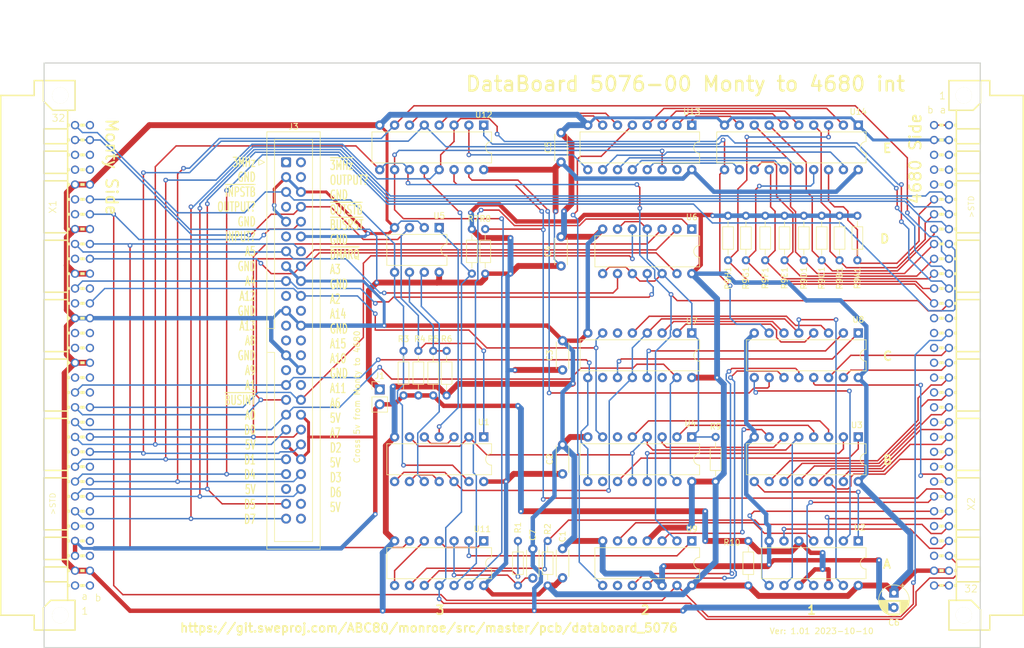
<source format=kicad_pcb>
(kicad_pcb (version 20221018) (generator pcbnew)

  (general
    (thickness 1.6)
  )

  (paper "A4")
  (title_block
    (title "DataBoard 5076-00")
    (date "2023-10-10")
    (rev "v1.01")
    (company "SweProj")
    (comment 1 "Monty to 4680 int")
  )

  (layers
    (0 "F.Cu" signal)
    (31 "B.Cu" signal)
    (32 "B.Adhes" user "B.Adhesive")
    (33 "F.Adhes" user "F.Adhesive")
    (34 "B.Paste" user)
    (35 "F.Paste" user)
    (36 "B.SilkS" user "B.Silkscreen")
    (37 "F.SilkS" user "F.Silkscreen")
    (38 "B.Mask" user)
    (39 "F.Mask" user)
    (40 "Dwgs.User" user "User.Drawings")
    (41 "Cmts.User" user "User.Comments")
    (42 "Eco1.User" user "User.Eco1")
    (43 "Eco2.User" user "User.Eco2")
    (44 "Edge.Cuts" user)
    (45 "Margin" user)
    (46 "B.CrtYd" user "B.Courtyard")
    (47 "F.CrtYd" user "F.Courtyard")
    (48 "B.Fab" user)
    (49 "F.Fab" user)
    (50 "User.1" user)
    (51 "User.2" user)
    (52 "User.3" user)
    (53 "User.4" user)
    (54 "User.5" user)
    (55 "User.6" user)
    (56 "User.7" user)
    (57 "User.8" user)
    (58 "User.9" user)
  )

  (setup
    (pad_to_mask_clearance 0)
    (pcbplotparams
      (layerselection 0x00010fc_ffffffff)
      (plot_on_all_layers_selection 0x0000000_00000000)
      (disableapertmacros false)
      (usegerberextensions false)
      (usegerberattributes true)
      (usegerberadvancedattributes true)
      (creategerberjobfile true)
      (dashed_line_dash_ratio 12.000000)
      (dashed_line_gap_ratio 3.000000)
      (svgprecision 4)
      (plotframeref false)
      (viasonmask false)
      (mode 1)
      (useauxorigin false)
      (hpglpennumber 1)
      (hpglpenspeed 20)
      (hpglpendiameter 15.000000)
      (dxfpolygonmode true)
      (dxfimperialunits true)
      (dxfusepcbnewfont true)
      (psnegative false)
      (psa4output false)
      (plotreference true)
      (plotvalue true)
      (plotinvisibletext false)
      (sketchpadsonfab false)
      (subtractmaskfromsilk false)
      (outputformat 1)
      (mirror false)
      (drillshape 1)
      (scaleselection 1)
      (outputdirectory "")
    )
  )

  (net 0 "")
  (net 1 "unconnected-(X1A-1-PadA1)")
  (net 2 "Net-(U5-COMREF)")
  (net 3 "Net-(U5-1OUT)")
  (net 4 "unconnected-(X1A-5-PadA5)")
  (net 5 "/~{BUSRST}")
  (net 6 "/D0")
  (net 7 "/D2")
  (net 8 "/D1")
  (net 9 "/D4")
  (net 10 "Net-(U3-~{Y6})")
  (net 11 "Net-(U8-~{Y6})")
  (net 12 "unconnected-(X1A-15-PadA15)")
  (net 13 "Net-(U7-E01)")
  (net 14 "unconnected-(X1A-17-PadA17)")
  (net 15 "unconnected-(X1A-18-PadA18)")
  (net 16 "Net-(U1-Pad11)")
  (net 17 "unconnected-(X1A-20-PadA20)")
  (net 18 "Net-(U5-2OUT)")
  (net 19 "/D3")
  (net 20 "unconnected-(X1A-23-PadA23)")
  (net 21 "unconnected-(X1A-26-PadA26)")
  (net 22 "unconnected-(X1A-27-PadA27)")
  (net 23 "unconnected-(X1A-29-PadA29)")
  (net 24 "unconnected-(X1A-30-PadA30)")
  (net 25 "unconnected-(X1B-1-PadB1)")
  (net 26 "unconnected-(X1B-3-PadB3)")
  (net 27 "unconnected-(X1B-4-PadB4)")
  (net 28 "unconnected-(X1B-5-PadB5)")
  (net 29 "unconnected-(X1B-6-PadB6)")
  (net 30 "/D6")
  (net 31 "/D5")
  (net 32 "unconnected-(X1B-9-PadB9)")
  (net 33 "/D7")
  (net 34 "unconnected-(X1B-12-PadB12)")
  (net 35 "unconnected-(X1B-14-PadB14)")
  (net 36 "unconnected-(X1B-15-PadB15)")
  (net 37 "unconnected-(X1B-17-PadB17)")
  (net 38 "unconnected-(X1B-18-PadB18)")
  (net 39 "/~{PREN}")
  (net 40 "unconnected-(X1B-21-PadB21)")
  (net 41 "/~{R{slash}W}")
  (net 42 "/~{INT7}")
  (net 43 "/~{INT6}")
  (net 44 "VCC")
  (net 45 "/~{INT4}")
  (net 46 "unconnected-(X1B-29-PadB29)")
  (net 47 "unconnected-(X1B-30-PadB30)")
  (net 48 "/~{INT3}")
  (net 49 "unconnected-(X1B-32-PadB32)")
  (net 50 "/~{INT2}")
  (net 51 "Net-(U12-OEb)")
  (net 52 "/~{INT1}")
  (net 53 "Net-(U4-D0)")
  (net 54 "Net-(U3-~{E2})")
  (net 55 "/~{INT0}")
  (net 56 "Net-(U1-Pad3)")
  (net 57 "Net-(U3-A0)")
  (net 58 "/~{TREN}")
  (net 59 "/~{PRAC}")
  (net 60 "Net-(U12-OEa)")
  (net 61 "unconnected-(U7-~{Q1}-Pad6)")
  (net 62 "Net-(U3-A1)")
  (net 63 "Net-(U3-A2)")
  (net 64 "Net-(U3-~{E1})")
  (net 65 "Net-(U3-E3)")
  (net 66 "Net-(R1-Pad2)")
  (net 67 "GND")
  (net 68 "/~{STR_OUT}")
  (net 69 "Net-(C7-Pad1)")
  (net 70 "/~{STRINP}")
  (net 71 "/~{C4}")
  (net 72 "/~{C3}")
  (net 73 "/~{C2}")
  (net 74 "/~{C1}")
  (net 75 "+5V")
  (net 76 "unconnected-(U4-~{Q1}-Pad6)")
  (net 77 "unconnected-(J3-Pin_1-Pad1)")
  (net 78 "unconnected-(J3-Pin_2-Pad2)")
  (net 79 "unconnected-(U4-~{Q2}-Pad10)")
  (net 80 "unconnected-(U4-~{Q3}-Pad14)")
  (net 81 "unconnected-(J3-Pin_4-Pad4)")
  (net 82 "unconnected-(U7-~{Q2}-Pad10)")
  (net 83 "Net-(U7-Q2)")
  (net 84 "Net-(U7-Q3)")
  (net 85 "Net-(U9A-~{Q})")
  (net 86 "Net-(U3-~{Y7})")
  (net 87 "unconnected-(J3-Pin_7-Pad7)")
  (net 88 "unconnected-(U7-~{Q3}-Pad14)")
  (net 89 "Net-(U11-Pad12)")
  (net 90 "Net-(U9A-~{R})")
  (net 91 "Net-(U11-Pad1)")
  (net 92 "Net-(U11-Pad5)")
  (net 93 "unconnected-(U9A-Q-Pad5)")
  (net 94 "Net-(U7-Q1)")
  (net 95 "Net-(U7-~{Q0})")
  (net 96 "Net-(U7-Q0)")
  (net 97 "unconnected-(J3-Pin_11-Pad11)")
  (net 98 "Net-(U8-~{Y4})")
  (net 99 "Net-(U8-~{Y3})")
  (net 100 "/~{OUT}")
  (net 101 "/~{OPS}")
  (net 102 "/~{STAT}")
  (net 103 "Net-(U13-EI)")
  (net 104 "unconnected-(U9B-Q-Pad9)")
  (net 105 "Net-(U12-I1)")
  (net 106 "/~{INP}")
  (net 107 "Net-(U12-I2)")
  (net 108 "Net-(U12-I3)")
  (net 109 "Net-(U12-I4)")
  (net 110 "unconnected-(J3-Pin_19-Pad19)")
  (net 111 "Net-(U13-I4)")
  (net 112 "Net-(U13-I5)")
  (net 113 "Net-(U13-I6)")
  (net 114 "Net-(U13-I7)")
  (net 115 "Net-(U13-IO)")
  (net 116 "Net-(U13-I1)")
  (net 117 "Net-(U13-I2)")
  (net 118 "Net-(U13-I3)")
  (net 119 "unconnected-(U13-EO-Pad15)")
  (net 120 "unconnected-(J3-Pin_22-Pad22)")
  (net 121 "unconnected-(J3-Pin_23-Pad23)")
  (net 122 "unconnected-(J3-Pin_25-Pad25)")
  (net 123 "unconnected-(J3-Pin_26-Pad26)")
  (net 124 "unconnected-(J3-Pin_28-Pad28)")
  (net 125 "unconnected-(J3-Pin_29-Pad29)")
  (net 126 "unconnected-(J3-Pin_32-Pad32)")
  (net 127 "unconnected-(J3-Pin_45-Pad45)")
  (net 128 "unconnected-(J3-Pin_48-Pad48)")
  (net 129 "unconnected-(J3-Pin_50-Pad50)")
  (net 130 "unconnected-(X1A-10-PadA10)")
  (net 131 "/~{XINPSTB}")
  (net 132 "/~{XOUTSTB}")
  (net 133 "/XA5")
  (net 134 "/~{DMARQ}")
  (net 135 "/XA3")
  (net 136 "/XA4")
  (net 137 "/XA1")
  (net 138 "/~{BUSINT}")
  (net 139 "/XA6")
  (net 140 "/XA0")
  (net 141 "/XA7")
  (net 142 "/XA2")
  (net 143 "/~{CS}")
  (net 144 "/~{INT5}")
  (net 145 "/-12V")
  (net 146 "/~{TRRQ}")
  (net 147 "/~{BPCLK}")
  (net 148 "/GNDB")
  (net 149 "/~{INT}")
  (net 150 "/~{CSB}")
  (net 151 "/~{NMI}")
  (net 152 "/12V")
  (net 153 "/~{XMEMWR}")
  (net 154 "/~{XMEMFL}")
  (net 155 "/3MHz")
  (net 156 "/~{XCSB2}")
  (net 157 "/~{XCSB3}")
  (net 158 "/~{XCSB4}")
  (net 159 "/~{XCSB5}")
  (net 160 "/A11")
  (net 161 "/A10")
  (net 162 "/A9")
  (net 163 "/~{EXP}")
  (net 164 "/~{BUSEN}")
  (net 165 "/~{DSTB}")
  (net 166 "/A5")
  (net 167 "/A4")
  (net 168 "/A1")
  (net 169 "/A0")
  (net 170 "/~{DIRW{slash}R}")

  (footprint "Package_DIP:DIP-16_W7.62mm" (layer "F.Cu") (at 155.702 91.186 -90))

  (footprint "Resistor_THT:R_Axial_DIN0204_L3.6mm_D1.6mm_P7.62mm_Horizontal" (layer "F.Cu") (at 159.766 116.586 90))

  (footprint "Resistor_THT:R_Axial_DIN0204_L3.6mm_D1.6mm_P7.62mm_Horizontal" (layer "F.Cu") (at 171.546 78.74 90))

  (footprint "Package_DIP:DIP-14_W7.62mm" (layer "F.Cu") (at 120.142 126.746 -90))

  (footprint "Resistor_THT:R_Axial_DIN0204_L3.6mm_D1.6mm_P7.62mm_Horizontal" (layer "F.Cu") (at 125.984 134.366 90))

  (footprint "Resistor_THT:R_Axial_DIN0204_L3.6mm_D1.6mm_P7.62mm_Horizontal" (layer "F.Cu") (at 168.244 78.74 90))

  (footprint "Resistor_THT:R_Axial_DIN0204_L3.6mm_D1.6mm_P7.62mm_Horizontal" (layer "F.Cu") (at 131.064 134.366 90))

  (footprint "Resistor_THT:R_Axial_DIN0204_L3.6mm_D1.6mm_P7.62mm_Horizontal" (layer "F.Cu") (at 164.942 78.74 90))

  (footprint "Package_DIP:DIP-20_W7.62mm" (layer "F.Cu") (at 184.15 55.626 -90))

  (footprint "Capacitor_THT:CP_Radial_D5.0mm_P2.50mm" (layer "F.Cu") (at 190.246 135.636 -90))

  (footprint "Resistor_THT:R_Axial_DIN0204_L3.6mm_D1.6mm_P7.62mm_Horizontal" (layer "F.Cu") (at 113.792 101.854 90))

  (footprint "Resistor_THT:R_Axial_DIN0204_L3.6mm_D1.6mm_P7.62mm_Horizontal" (layer "F.Cu") (at 177.896 78.74 90))

  (footprint "Resistor_THT:R_Axial_DIN0204_L3.6mm_D1.6mm_P7.62mm_Horizontal" (layer "F.Cu") (at 180.944 78.74 90))

  (footprint "Package_DIP:DIP-16_W7.62mm" (layer "F.Cu") (at 120.142 55.626 -90))

  (footprint "Package_DIP:DIP-14_W7.62mm" (layer "F.Cu") (at 155.702 73.406 -90))

  (footprint "Capacitor_THT:C_Disc_D4.3mm_W1.9mm_P5.00mm" (layer "F.Cu") (at 133.604 115.276 90))

  (footprint "Resistor_THT:R_Axial_DIN0204_L3.6mm_D1.6mm_P7.62mm_Horizontal" (layer "F.Cu") (at 165.354 126.746 -90))

  (footprint "Capacitor_THT:C_Disc_D4.3mm_W1.9mm_P5.00mm" (layer "F.Cu") (at 133.35 61.936 90))

  (footprint "databoard_5076:FAB64Q" (layer "F.Cu") (at 202.184 94.996))

  (footprint "Resistor_THT:R_Axial_DIN0204_L3.6mm_D1.6mm_P7.62mm_Horizontal" (layer "F.Cu") (at 106.426 101.854 90))

  (footprint "Resistor_THT:R_Axial_DIN0204_L3.6mm_D1.6mm_P7.62mm_Horizontal" (layer "F.Cu") (at 161.894 78.74 90))

  (footprint "Connector_IDC:IDC-Header_2x25_P2.54mm_Vertical" (layer "F.Cu")
    (tstamp 8cdf41d2-888b-4000-adcd-859c207bc70c)
    (at 86.36 61.976)
    (descr "Through hole IDC box header, 2x25, 2.54mm pitch, DIN 41651 / IEC 60603-13, double rows, https://docs.google.com/spreadsheets/d/16SsEcesNF15N3Lb4niX7dcUr-NY5_MFPQhobNuNppn4/edit#gid=0")
    (tags "Through hole vertical IDC box header THT 2x25 2.54mm double row")
    (property "Sheetfile" "databoard_5076.kicad_sch")
    (property "Sheetname" "")
    (property "ki_description" "Generic connector, double row, 02x25, odd/even pin numbering scheme (row 1 odd numbers, row 2 even numbers), script generated (kicad-library-utils/schlib/autogen/connector/)")
    (property "ki_keywords" "connector")
    (path "/726686d0-076e-4646-9f80-587f9beaca4c")
    (attr through_hole)
    (fp_text reference "J3" (at 1.27 -6.1) (layer "F.SilkS")
        (effects (font (size 1 1) (thickness 0.15)))
      (tstamp b766fb11-afe3-4bd1-8c5d-1b84b097c0f7)
    )
    (fp_text value "Conn_02x25_Odd_Even" (at 1.27 67.06) (layer "F.Fab")
        (effects (font (size 1 1) (thickness 0.15)))
      (tstamp 12521d5e-3f01-43c0-8543-4410ffbdff87)
    )
    (fp_text user "${REFERENCE}" (at 1.27 30.48 90) (layer "F.Fab")
        (effects (font (size 1 1) (thickness 0.15)))
      (tstamp ba4883d6-8ec4-4ddd-a471-d1cc1ab001ab)
    )
    (fp_line (start -4.68 -0.5) (end -4.68 0.5)
      (stroke (width 0.12) (type solid)) (layer "F.SilkS") (tstamp 99694679-48e3-44b7-892a-a6a249c35027))
    (fp_line (start -4.68 0.5) (end -3.68 0)
      (stroke (width 0.12) (type solid)) (layer "F.SilkS") (tstamp a0650d93-a3ce-492c-bdbc-af5c711cf2ed))
    (fp_line (start -3.68 0) (end -4.68 -0.5)
      (stroke (width 0.12) (type solid)) (layer "F.SilkS") (tstamp 5f1f44fa-9b08-476c-b6a0-112147158c8a))
    (fp_line (start -3.29 -5.21) (end 5.83 -5.21)
      (stroke (width 0.12) (type solid)) (layer "F.SilkS") (tstamp f75428dd-10c7-4e17-9259-946b8f84cd0d))
    (fp_line (start -3.29 28.43) (end -1.98 28.43)
      (stroke (width 0.12) (type solid)) (layer "F.SilkS") (tstamp 9499dfea-90d0-4533-871b-484724037704))
    (fp_line (start -3.29 66.17) (end -3.29 -5.21)
      (stroke (width 0.12) (type solid)) (layer "F.SilkS") (tstamp 6d8aa5aa-8c8a-4365-9193-55dc7f84ebb0))
    (fp_line (start -1.98 -3.91) (end 4.52 -3.91)
      (stroke (width 0.12) (type solid)) (layer "F.SilkS") (tstamp 211e4532-d902-4d36-8da3-c496f1f81137))
    (fp_line (start -1.98 28.43) (end -1.98 -3.91)
      (stroke (width 0.12) (type solid)) (layer "F.SilkS") (tstamp 7898d542-3857-48f7-b444-94ac981bb125))
    (fp_line (start -1.98 32.53) (end -3.29 32.53)
      (stroke (width 0.12) (type solid)) (layer "F.SilkS") (tstamp 6b292712-2f7b-4cac-b21f-0c50f38ac869))
    (fp_line (start -1.98 32.53) (end -1.98 32.53)
      (stroke (width 0.12) (type solid)) (layer "F.SilkS") (tstamp 46456993-6856-4569-a6af-c5915116b5aa))
    (fp_line (start -1.98 64.87) (end -1.98 32.53)
      (stroke (width 0.12) (type solid)) (layer "F.SilkS") (tstamp 01887cc5-f766-419e-8604-e168edda5dcc))
    (fp_line (start 4.52 -3.91) (end 4.52 64.87)
      (stroke (width 0.12) (type solid)) (layer "F.SilkS") (tstamp 28d52036-87c9-4e7d-b2aa-6a04e4f65b82))
    (fp_line (start 4.52 64.87) (end -1.98 64.87)
      (stroke (width 0.12) (type solid)) (layer "F.SilkS") (tstamp cc7c1555-99ef-4821-a771-58e9fd1612be))
    (fp_line (start 5.83 -5.21) (end 5.83 66.17)
      (stroke (width 0.12) (type solid)) (layer "F.SilkS") (tstamp 132074e2-6c36-4f87-aed7-872c76791f6e))
    (fp_line (start 5.83 66.17) (end -3.29 66.17)
      (stroke (width 0.12) (type solid)) (layer "F.SilkS") (tstamp 5094c417-5330-4d04-83b9-fe49db2056c1))
    (fp_line (start -3.68 -5.6) (end -3.68 66.56)
      (stroke (width 0.05) (type solid)) (layer "F.CrtYd") (tstamp fa16a02d-b021-4f05-ae9e-9146541fb092))
    (fp_line (start -3.68 66.56) (end 6.22 66.56)
      (stroke (width 0.05) (type solid)) (layer "F.CrtYd") (tstamp 883c5b1f-d585-4fee-887e-b90870641023))
    (fp_line (start 6.22 -5.6) (end -3.68 -5.6)
      (stroke (width 0.05) (type solid)) (layer "F.CrtYd") (tstamp ecfb39e9-4dc7-4012-90f3-b7c2bd3c54fc))
    (fp_line (start 6.22 66.56) (end 6.22 -5.6)
      (stroke (width 0.05) (type solid)) (layer "F.CrtYd") (tstamp 7c0dbbcc-c14f-47d9-848c-9091ab5d332f))
    (fp_line (start -3.18 -4.1) (end -2.18 -5.1)
      (stroke (width 0.1) (type solid)) (layer "F.Fab") (tstamp ebd9221b-74af-422b-ad2a-9c0fefc58b14))
    (fp_line (start -3.18 28.43) (end -1.98 28.43)
      (stroke (width 0.1) (type solid)) (layer "F.Fab") (tstamp 847308f3-ec64-41c9-9e25-86c9a2ae142e))
    (fp_line (start -3.18 66.06) (end -3.18 -4.1)
      (stroke (width 0.1) (type solid)) (layer "F.Fab") (tstamp b0d66287-2661-4f7f-961c-ed0c2fdad03f))
    (fp_line (start -2.18 -5.1) (end 5.72 -5.1)
      (stroke (width 0.1) (type solid)) (layer "F.Fab") (tstamp 3690b43e-f887-40d8-9a66-4054e4bd49b2))
    (fp_line (start -1.98 -3.91) (end 4.52 -3.91)
      (stroke (width 0.1) (type solid)) (layer "F.Fab") (tstamp 445a79e0-4eb8-4a66-b7c8-ed3f5f919e4f))
    (fp_line (start -1.98 28.43) (end -1.98 -3.91)
      (stroke (width 0.1) (type solid)) (layer "F.Fab") (tstamp 32f75a23-d74d-49d1-9f55-4eaab3bf67ba))
    (fp_line (start -1.98 32.53) (end -3.18 32.53)
      (stroke (width 0.1) (type solid)) (layer "F.Fab") (tstamp a2a96772-15b7-4115-8b50-41d53ee48834))
    (fp_line (start -1.98 32.53) (end -1.98 32.53)
      (stroke (width 0.1) (type solid)) (layer "F.Fab") (tstamp 443f8a2b-a8bc-4eb3-bf83-522d29262583))
    (fp_line (start -1.98 64.87) (end -1.98 32.53)
      (stroke (width 0.1) (type solid)) (layer "F.Fab") (tstamp 4063c6a6-33df-4e19-9a34-dfff7f56df84))
    (fp_line (start 4.52 -3.91) (end 4.52 64.87)
      (stroke (width 0.1) (type solid)) (layer "F.Fab") (tstamp 0353bea4-e65a-4ccc-a543-1a8597c6af79))
    (fp_line (start 4.52 64.87) (end -1.98 64.87)
      (stroke (width 0.1) (type solid)) (layer "F.Fab") (tstamp 3150e36a-208c-4f81-beab-b6facc10fe73))
    (fp_line (start 5.72 -5.1) (end 5.72 66.06)
      (stroke (width 0.1) (type solid)) (layer "F.Fab") (tstamp 2c1e38ee-2dfd-4aa2-83fa-941c927f550d))
    (fp_line (start 5.72 66.06) (end -3.18 66.06)
      (stroke (width 0.1) (type solid)) (layer "F.Fab") (tstamp 4531bd1b-4e82-4ab4-a197-2f03419fd759))
    (pad "1" thru_hole roundrect (at 0 0) (size 1.7 1.7) (drill 1) (layers "*.Cu" "*.Mask") (roundrect_rratio 0.1470588235)
      (net 77 "unconnected-(J3-Pin_1-Pad1)") (pinfunction "Pin_1") (pintype "passive") (tstamp b0b05b57-21d4-4f2a-af3a-e5a53b53b687))
    (pad "2" thru_hole circle (at 2.54 0) (size 1.7 1.7) (drill 1) (layers "*.Cu" "*.Mask")
      (net 78 "unconnected-(J3-Pin_2-Pad2)") (pinfunction "Pin_2") (pintype "passive") (tstamp 70deba09-278d-4b0e-8bdd-95a7e555adbf))
    (pad "3" thru_hole circle (at 0 2.54) (size 1.7 1.7) (drill 1) (layers "*.Cu" "*.Mask")
      (net 67 "GND") (pinfunction "Pin_3") (pintype "passive") (tstamp ed4f45ab-1135-4782-91de-df10d7ce4ce9))
    (pad "4" thru_hole circle (at 2.54 2.54) (size 1.7 1.7) (drill 1) (layers "*.Cu" "*.Mask")
      (net 81 "unconnected-(J3-Pin_4-Pad4)") (pinfunction "Pin_4") (pintype "passive") (tstamp 11e8fad0-485f-4650-bc28-07b492feb94f))
    (pad "5" thru_hole circle (at 0 5.08) (size 1.7 1.7) (drill 1) (layers "*.Cu" "*.Mask")
      (net 131 "/~{XINPSTB}") (pinfunction "Pin_5") (pintype "passive") (tstamp 847e0519-eab4-4bc1-bb89-4af8ce2bc784))
    (pad "6" thru_hole circle (at 2.54 5.08) (size 1.7 1.7) (drill 1) (layers "*.Cu" "*.Mask")
      (net 67 "GND") (pinfunction "Pin_6") (pintype "passive") (tstamp a333f383-2a9a-4fa7-ba33-fd18ad1e2d3c))
    (pad "7" thru_hole circle (at 0 7.62) (size 1.7 1.7) (drill 1) (layers "*.Cu" "*.Mask")
      (net 87 "unconnected-(J3-Pin_7-Pad7)") (pinfunction "Pin_7") (pintype "passive") (tstamp a60faedf-169c-4cef-ac93-f889ad6e94af))
    (pad "8" thru_hole circle (at 2.54 7.62) (size 1.7 1.7) (drill 1) (layers "*.Cu" "*.Mask")
      (net 132 "/~{XOUTSTB}") (pinfunction "Pin_8") (pintype "passive") (tstamp 3b02fc7c-fc8a-48e9-90cc-b7a16d657ef2))
    (pad "9" thru_hole circle (at 0 10.16) (size 1.7 1.7) (drill 1) (layers "*.Cu" "*.Mask")
      (net 67 "GND") (pinfunction "Pin_9") (pintype "passive") (tstamp cfa10c93-e6dd-4b8c-984c-f26fd06b82f1))
    (pad "10" thru_hole circle (at 2.54 10.16) (size 1.7 1.7) (drill 1) (layers "*.Cu" "*.Mask")
      (net 5 "/~{BUSRST}") (pinfunction "Pin_10") (pintype "passive") (tstamp ee7c4716-d143-4def-a4b8-e1bb1ecb23c7))
    (pad "11" thru_hole circle (at 0 12.7) (size 1.7 1.7) (drill 1) (layers "*.Cu" "*.Mask")
      (net 97 "unconnected-(J3-Pin_11-Pad11)") (pinfunction "Pin_11") (pintype "passive") (tstamp 7ad2cae7-0075-4c9c-bbb5-d16fb1be9b24))
    (pad "12" thru_hole circle (at 2.54 12.7) (size 1.7 1.7) (drill 1) (layers "*.Cu" "*.Mask")
      (net 67 "GND") (pinfunction "Pin_12") (pintype "passive") (tstamp 5424a2b4-db13-4e89-902f-6cefcaebce1e))
    (pad "13" thru_hole circle (at 0 15.24) (size 1.7 1.7) (drill 1) (layers "*.Cu" "*.Mask")
      (net 133 "/XA5") (pinfunction "Pin_13") (pintype "passive") (tstamp 8be6e73f-fa61-4374-9b0c-7fb535e31eb8))
    (pad "14" thru_hole circle (at 2.54 15.24) (size 1.7 1.7) (drill 1) (layers "*.Cu" "*.Mask")
      (net 134 "/~{DMARQ}") (pinfunction "Pin_14") (pintype "passive") (tstamp 99b0e702-b8e4-4574-b6d4-ebabaac49afc))
    (pad "15" thru_hole circle (at 0 17.78) (size 1.7 1.7) (drill 1) (layers "*.Cu" "*.Mask")
      (net 67 "GND") (pinfunction "Pin_15") (pintype "passive") (tstamp 363d15a2-24f4-4174-a0d6-dd4ab820c1fe))
    (pad "16" thru_hole circle (at 2.54 17.78) (size 1.7 1.7) (drill 1) (layers "*.Cu" "*.Mask")
      (net 135 "/XA3") (pinfunction "Pin_16") (pintype "passive") (tstamp eb03c921-bbd1-4612-b694-48f57830c95f))
    (pad "17" thru_hole circle (at 0 20.32) (size 1.7 1.7) (drill 1) (layers "*.Cu" "*.Mask")
      (net 136 "/XA4") (pinfunction "Pin_17") (pintype "passive") (tstamp 50c585d9-43a6-4f0f-af86-d67c0229e232))
    (pad "18" thru_hole circle (at 2.54 20.32) (size 1.7 1.7) (drill 1) (layers "*.Cu" "*.Mask")
      (net 67 "GND") (pinfunction "Pin_18") (pintype "passive") (tstamp d966642e-f0c7-4534-bac3-10b5040c2e4c))
    (pad "19" thru_hole circle (at 0 22.86) (size 1.7 1.7) (drill 1) (layers "*.Cu" "*.Mask")
      (net 110 "unconnected-(J3-Pin_19-Pad19)") (pinfunction "Pin_19") (pintype "passive") (tstamp 7af7657f-fb8f-4e16-99de-07b89469586c))
    (pad "20" thru_hole circle (at 2.54 22.86) (size 1.7 1.7) (drill 1) (layers "*.Cu" "*.Mask")
      (net 142 "/XA2") (pinfunction "Pin_20") (pintype "passive") (tstamp bbc5d07d-cfe5-421e-b538-8f24f3fef291))
    (pad "21" thru_hole circle (at 0 25.4) (size 1.7 1.7) (drill 1) (layers "*.Cu" "*.Mask")
      (net 67 "GND") (pinfunction "Pin_21") (pintype "passive") (tstamp 320c2b2a-b781-40a3-9a75-e2c1471de9b5))
    (pad "22" thru_hole circle (at 2.54 25.4) (size 1.7 1.7) (drill 1) (layers "*.Cu" "*.Mask")
      (net 120 "unconnected-(J3-Pin_22-Pad22)") (pinfunction "Pin_22") (pintype "passive") (tstamp 5879e7b3-3fd0-42dd-bab9-22a881247e2f))
    (pad "23" thru_hole circle (at 0 27.94) (size 1.7 1.7) (drill 1) (layers "*.Cu" "*.Mask")
      (net 121 "unconnected-(J3-Pin_23-Pad23)") (pinfunction "Pin_23") (pintype "passive") (tstamp 9606618e-73a3-47a9-9548-f782e9d3ad56))
    (pad "24" thru_hole circle (at 2.54 27.94) (size 1.7 1.7) (drill 1) (layers "*.Cu" "*.Mask")
      (net 67 "GND") (pinfunction "Pin_24") (pintype "passive") (tstamp 5b48bb60-0c7f-4fa5-a627-1108bb7b016f))
    (pad "25" thru_hole circle (at 0 30.48) (size 1.7 1.7) (drill 1) (layers "*.Cu" "*.Mask")
      (net 122 "unconnected-(J3-Pin_25-Pad25)") (pinfunction "Pin_25") (pintype "passive") (tstamp 73dbd86e-51d3-4450-b81a-bf703e90012b))
    (pad "26" thru_hole circle (at 2.54 30.48) (size 1.7 1.7) (drill 1) (layers "*.Cu" "*.Mask")
      (net 123 "unconnected-(J3-Pin_26-Pad26)") (pinfunction "Pin_26") (pintype "passive") (tstamp e5b42448-3433-47a2-9f1b-83aa1921a7d8))
    (pad "27" thru_hole circle (at 0 33.02) (size 1.7 1.7) (drill 1) (layers "*.Cu" "*.Mask")
      (net 67 "GND") (pinfunction "Pin_27") (pintype "passive") (tstamp 45354b56-2149-4cb0-b3d3-10492db9f5fe))
    (pad "28" thru_hole circle (at 2.54 33.02) (size 1.7 1.7) (drill 1) (layers "*.Cu" "*.Mask")
      (net 124 "unconnected-(J3-Pin_28-Pad28)") (pinfunction "Pin_28") (pintype "passive") (tstamp 3bd158d4-94f9-4c06-8b2b-613847801f8a))
    (pad "29" thru_hole circle (at 0 35.56) (size 1.7 1.7) (drill 1) (layers "*.Cu" "*.Mask")
      (net 125 "unconnected-(J3-Pin_29-Pad29)") (pinfunction "Pin_29") (pintype "passive") (tstamp c0860e9d-a994-40b9-bd8a-009851998f95))
    (pad "30" thru_hole circle (at 2.54 35.56) (size 1.7 1.7) (drill 1) (layers "*.Cu" "*.Mask")
      (net 67 "GND") (pinfunction "Pin_30") (pintype "passive") (tstamp a4c5802f-ceb4-456a-b61d-70057c7cd283))
    (pad "31" thru_hole circle (at 0 38.1) (size 1.7 1.7) (drill 1) (layers "*.Cu" "*.Mask")
      (net 137 "/XA1") (pinfunction "Pin_31") (pintype "passive") (tstamp ea9054a9-908e-406a-bc8d-8338aac77800))
    (pad "32" thru_hole circle (at 2.54 38.1) (size 1.7 1.7) (drill 1) (layers "*.Cu" "*.Mask")
      (net 126 "unconnected-(J3-Pin_32-Pad32)") (pinfunction "Pin_32") (pintype "passive") (tstamp a7083ced-d345-4339-a79b-b72841e2f768))
    (pad "33" thru_hole circle (at 0 40.64) (size 1.7 1.7) (drill 1) (layers "*.Cu" "*.Mask")
      (net 138 "/~{BUSINT}") (pinfunction "Pin_33") (pintype "passive") (tstamp 9d3880f1-8f6d-485e-8ca7-2c343d019a9d))
    (pad "34" thru_hole circle (at 2.54 40.64) (size 1.7 1.7) (drill 1) (layers "*.Cu" "*.Mask")
      (net 139 "/XA6") (pinfunction "Pin_34") (pintype "passive") (tstamp 2135282b-8274-42bd-9321-05f736c7db4a))
    (pad "35" thru_hole circle (at 0 43.18) (size 1.7 1.7) (drill 1) (layers "*.Cu" "*.Mask")
      (net 140 "/XA0") (pinfunction "Pin_35") (pintype "passive") (tstamp f547fe97-eb39-426f-ab5b-a947be8d5062))
    (pad "36" thru_hole circle (at 2.54 43.18) (size 1.7 1.7) (drill 1) (layers "*.Cu" "*.Mask")
      (net 75 "+5V") (pinfunction "Pin_36") (pintype "passive") (tstamp 66826ab3-8781-42e4-a09c-c5f1f82b2492))
    (pad "37" thru_hole circle (at 0 45.72) (size 1.7 1.7) (drill 1) (layers "*.Cu" "*.Mask")
      (net 6 "/D0") (pinfunction "Pin_37") (pintype "passive") (tstamp 77924b5f-189b-4712-950b-6297283b5935))
    (pad "38" thru_hole circle (at 2.54 45.72) (size 1.7 1.7) (drill 1) (layers "*.Cu" "*.Mask")
      (net 141 "/XA7") (pinfunction "Pin_38") (pintype "passive") (tstamp fd34374c-8c51-4d79-a659-c708a2bbd122))
    (pad "39" thru_hole circle (at 0 48.26) (size 1.7 1.7) (drill 1) (layers "*.Cu" "*.Mask")
      (net 75 "+5V") (pinfunction "Pin_39") (pintype "passive") (tstamp fd67efb9-cc72-4c0d-b155-5847d14535b0))
    (pad "40" thru_hole circle (at 2.54 48.26) (size 1.7 1.7) (drill 1) (layers "*.Cu" "*.Mask")
      (net 7 "/D2") (pinfunction "Pin_40") (pintype "passive") (tstamp c56d9349-8515-4815-98ec-c17bcac414a8))
    (pad "41" thru_hole circle (at 0 50.8) (size 1.7 1.7) (drill 1) (layers "*.Cu" "*.Mask")
      (net 8 "/D1") (pinfunction "Pin_41") (pintype "passive") (tstamp b3a04148-0060-4007-862a-d43f89dad753))
    (pad "42" thru_hole circle (at 2.54 50.8) (size 1.7 1.7) (drill 1) (layers "*.Cu" "*.Mask")
      (net 75 "+5V") (pinfunction "Pin_42") (pintype "passive") (tstamp 49cf788a-e065-49ed-848d-f9f87efa02a8))
    (pad "43" thru_hole circle (at 0 53.34) (size 1.7 1.7) (drill 1) (layers "*.Cu" "*.Mask")
      (net 9 "/D4") (pinfunction "Pin_43") (pintype "passive") (tstamp 1ff814a6-a875-4ce7-a8ed-3c7c211ddc65))
    (pad "44" thru_hole circle (at 2.54 53.34) (size 1.7 1.7) (drill 1) (layers "*.Cu" "*.Mask")
      (net 19 "/D3") (pinfunction "Pin_44") (pintype "passive") (tstamp bbd81523-5c12-446a-894f-ae2402d56d55))
    (pad "45" thru_hole circle (at 0 55.88) (size 1.7 1.7) (drill 1) (layers "*.Cu" "*.Mask")
      (net 127 "unconnected-(J3-Pin_45-Pad45)") (pinfunction "Pin_45") (pintype "pass
... [343216 chars truncated]
</source>
